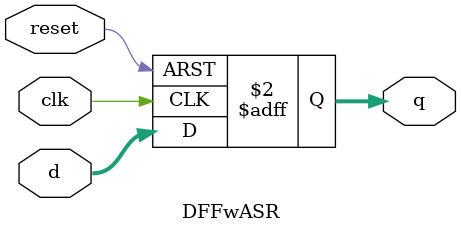
<source format=sv>
module DFFwASR (
    input  logic clk,
    input  logic reset,
    input  logic [7:0] d,
    output logic [7:0] q
);
    always @(posedge clk or posedge reset) begin
        if (reset) begin
            q = 8'h0;
        end
        else q = d;
    end
endmodule

</source>
